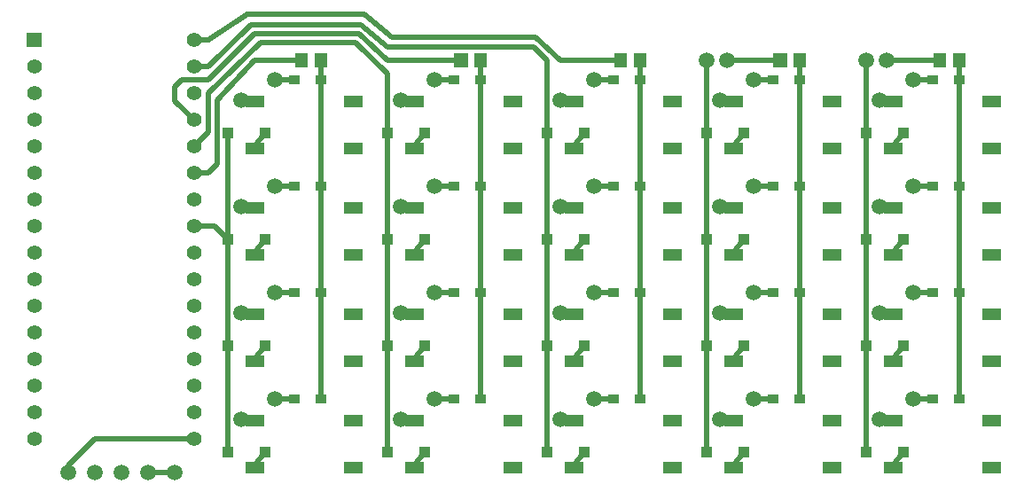
<source format=gtl>
%FSLAX34Y34*%
%MOMM*%
%LNCOPPER_TOP*%
G71*
G01*
%ADD10C, 0.01*%
%ADD11R, 1.00X1.02*%
%ADD12C, 0.50*%
%ADD13R, 1.05X0.90*%
%ADD14C, 1.50*%
%ADD15R, 1.30X1.40*%
%ADD16C, 1.40*%
%ADD17C, 1.50*%
%LPD*%
G36*
X249500Y902625D02*
X249500Y892625D01*
X232500Y892625D01*
X232500Y902625D01*
X249500Y902625D01*
G37*
G54D10*
X249500Y902625D02*
X249500Y892625D01*
X232500Y892625D01*
X232500Y902625D01*
X249500Y902625D01*
G36*
X249500Y857625D02*
X249500Y847625D01*
X232500Y847625D01*
X232500Y857625D01*
X249500Y857625D01*
G37*
G54D10*
X249500Y857625D02*
X249500Y847625D01*
X232500Y847625D01*
X232500Y857625D01*
X249500Y857625D01*
G36*
X343500Y902625D02*
X343500Y892625D01*
X326500Y892625D01*
X326500Y902625D01*
X343500Y902625D01*
G37*
G54D10*
X343500Y902625D02*
X343500Y892625D01*
X326500Y892625D01*
X326500Y902625D01*
X343500Y902625D01*
G36*
X343500Y857625D02*
X343500Y847625D01*
X326500Y847625D01*
X326500Y857625D01*
X343500Y857625D01*
G37*
G54D10*
X343500Y857625D02*
X343500Y847625D01*
X326500Y847625D01*
X326500Y857625D01*
X343500Y857625D01*
X215900Y866774D02*
G54D11*
D03*
X250800Y866774D02*
G54D11*
D03*
G54D12*
X250800Y866774D02*
X241300Y854075D01*
X304121Y917525D02*
G54D13*
D03*
X279421Y917525D02*
G54D13*
D03*
G36*
X249500Y801025D02*
X249500Y791025D01*
X232500Y791025D01*
X232500Y801025D01*
X249500Y801025D01*
G37*
G54D10*
X249500Y801025D02*
X249500Y791025D01*
X232500Y791025D01*
X232500Y801025D01*
X249500Y801025D01*
G36*
X249500Y756025D02*
X249500Y746025D01*
X232500Y746025D01*
X232500Y756025D01*
X249500Y756025D01*
G37*
G54D10*
X249500Y756025D02*
X249500Y746025D01*
X232500Y746025D01*
X232500Y756025D01*
X249500Y756025D01*
G36*
X343500Y801025D02*
X343500Y791025D01*
X326500Y791025D01*
X326500Y801025D01*
X343500Y801025D01*
G37*
G54D10*
X343500Y801025D02*
X343500Y791025D01*
X326500Y791025D01*
X326500Y801025D01*
X343500Y801025D01*
G36*
X343500Y756025D02*
X343500Y746025D01*
X326500Y746025D01*
X326500Y756025D01*
X343500Y756025D01*
G37*
G54D10*
X343500Y756025D02*
X343500Y746025D01*
X326500Y746025D01*
X326500Y756025D01*
X343500Y756025D01*
X215900Y765174D02*
G54D11*
D03*
X250800Y765174D02*
G54D11*
D03*
G54D12*
X250800Y765174D02*
X241300Y752475D01*
X304121Y815925D02*
G54D13*
D03*
X279421Y815925D02*
G54D13*
D03*
X228600Y898525D02*
G54D14*
D03*
X228600Y796925D02*
G54D14*
D03*
X260350Y917575D02*
G54D14*
D03*
X260350Y815975D02*
G54D14*
D03*
G54D12*
X304800Y936625D02*
X304800Y708025D01*
G36*
X249500Y699425D02*
X249500Y689425D01*
X232500Y689425D01*
X232500Y699425D01*
X249500Y699425D01*
G37*
G54D10*
X249500Y699425D02*
X249500Y689425D01*
X232500Y689425D01*
X232500Y699425D01*
X249500Y699425D01*
G36*
X249500Y654425D02*
X249500Y644425D01*
X232500Y644425D01*
X232500Y654425D01*
X249500Y654425D01*
G37*
G54D10*
X249500Y654425D02*
X249500Y644425D01*
X232500Y644425D01*
X232500Y654425D01*
X249500Y654425D01*
G36*
X343500Y699425D02*
X343500Y689425D01*
X326500Y689425D01*
X326500Y699425D01*
X343500Y699425D01*
G37*
G54D10*
X343500Y699425D02*
X343500Y689425D01*
X326500Y689425D01*
X326500Y699425D01*
X343500Y699425D01*
G36*
X343500Y654425D02*
X343500Y644425D01*
X326500Y644425D01*
X326500Y654425D01*
X343500Y654425D01*
G37*
G54D10*
X343500Y654425D02*
X343500Y644425D01*
X326500Y644425D01*
X326500Y654425D01*
X343500Y654425D01*
X215900Y663574D02*
G54D11*
D03*
X250800Y663574D02*
G54D11*
D03*
G54D12*
X250800Y663574D02*
X241300Y650875D01*
X304121Y714325D02*
G54D13*
D03*
X279421Y714325D02*
G54D13*
D03*
G36*
X249500Y597825D02*
X249500Y587825D01*
X232500Y587825D01*
X232500Y597825D01*
X249500Y597825D01*
G37*
G54D10*
X249500Y597825D02*
X249500Y587825D01*
X232500Y587825D01*
X232500Y597825D01*
X249500Y597825D01*
G36*
X249500Y552825D02*
X249500Y542825D01*
X232500Y542825D01*
X232500Y552825D01*
X249500Y552825D01*
G37*
G54D10*
X249500Y552825D02*
X249500Y542825D01*
X232500Y542825D01*
X232500Y552825D01*
X249500Y552825D01*
G36*
X343500Y597825D02*
X343500Y587825D01*
X326500Y587825D01*
X326500Y597825D01*
X343500Y597825D01*
G37*
G54D10*
X343500Y597825D02*
X343500Y587825D01*
X326500Y587825D01*
X326500Y597825D01*
X343500Y597825D01*
G36*
X343500Y552825D02*
X343500Y542825D01*
X326500Y542825D01*
X326500Y552825D01*
X343500Y552825D01*
G37*
G54D10*
X343500Y552825D02*
X343500Y542825D01*
X326500Y542825D01*
X326500Y552825D01*
X343500Y552825D01*
X215900Y561974D02*
G54D11*
D03*
X250800Y561974D02*
G54D11*
D03*
G54D12*
X250800Y561974D02*
X241300Y549275D01*
X304121Y612725D02*
G54D13*
D03*
X279421Y612725D02*
G54D13*
D03*
G54D12*
X215900Y765174D02*
X215900Y561974D01*
X228600Y695325D02*
G54D14*
D03*
X228600Y593725D02*
G54D14*
D03*
X260350Y714375D02*
G54D14*
D03*
X260350Y612775D02*
G54D14*
D03*
G54D12*
X304800Y720725D02*
X304121Y612725D01*
G36*
X401900Y902625D02*
X401900Y892625D01*
X384900Y892625D01*
X384900Y902625D01*
X401900Y902625D01*
G37*
G54D10*
X401900Y902625D02*
X401900Y892625D01*
X384900Y892625D01*
X384900Y902625D01*
X401900Y902625D01*
G36*
X401900Y857625D02*
X401900Y847625D01*
X384900Y847625D01*
X384900Y857625D01*
X401900Y857625D01*
G37*
G54D10*
X401900Y857625D02*
X401900Y847625D01*
X384900Y847625D01*
X384900Y857625D01*
X401900Y857625D01*
G36*
X495900Y902625D02*
X495900Y892625D01*
X478900Y892625D01*
X478900Y902625D01*
X495900Y902625D01*
G37*
G54D10*
X495900Y902625D02*
X495900Y892625D01*
X478900Y892625D01*
X478900Y902625D01*
X495900Y902625D01*
G36*
X495900Y857625D02*
X495900Y847625D01*
X478900Y847625D01*
X478900Y857625D01*
X495900Y857625D01*
G37*
G54D10*
X495900Y857625D02*
X495900Y847625D01*
X478900Y847625D01*
X478900Y857625D01*
X495900Y857625D01*
X368300Y866774D02*
G54D11*
D03*
X403200Y866774D02*
G54D11*
D03*
G54D12*
X403200Y866774D02*
X393700Y854075D01*
X456521Y917525D02*
G54D13*
D03*
X431821Y917525D02*
G54D13*
D03*
G36*
X401900Y801025D02*
X401900Y791025D01*
X384900Y791025D01*
X384900Y801025D01*
X401900Y801025D01*
G37*
G54D10*
X401900Y801025D02*
X401900Y791025D01*
X384900Y791025D01*
X384900Y801025D01*
X401900Y801025D01*
G36*
X401900Y756025D02*
X401900Y746025D01*
X384900Y746025D01*
X384900Y756025D01*
X401900Y756025D01*
G37*
G54D10*
X401900Y756025D02*
X401900Y746025D01*
X384900Y746025D01*
X384900Y756025D01*
X401900Y756025D01*
G36*
X495900Y801025D02*
X495900Y791025D01*
X478900Y791025D01*
X478900Y801025D01*
X495900Y801025D01*
G37*
G54D10*
X495900Y801025D02*
X495900Y791025D01*
X478900Y791025D01*
X478900Y801025D01*
X495900Y801025D01*
G36*
X495900Y756025D02*
X495900Y746025D01*
X478900Y746025D01*
X478900Y756025D01*
X495900Y756025D01*
G37*
G54D10*
X495900Y756025D02*
X495900Y746025D01*
X478900Y746025D01*
X478900Y756025D01*
X495900Y756025D01*
X368300Y765174D02*
G54D11*
D03*
X403200Y765174D02*
G54D11*
D03*
G54D12*
X403200Y765174D02*
X393700Y752475D01*
X456521Y815925D02*
G54D13*
D03*
X431821Y815925D02*
G54D13*
D03*
G36*
X554300Y902625D02*
X554300Y892625D01*
X537300Y892625D01*
X537300Y902625D01*
X554300Y902625D01*
G37*
G54D10*
X554300Y902625D02*
X554300Y892625D01*
X537300Y892625D01*
X537300Y902625D01*
X554300Y902625D01*
G36*
X554300Y857625D02*
X554300Y847625D01*
X537300Y847625D01*
X537300Y857625D01*
X554300Y857625D01*
G37*
G54D10*
X554300Y857625D02*
X554300Y847625D01*
X537300Y847625D01*
X537300Y857625D01*
X554300Y857625D01*
G36*
X648300Y902625D02*
X648300Y892625D01*
X631300Y892625D01*
X631300Y902625D01*
X648300Y902625D01*
G37*
G54D10*
X648300Y902625D02*
X648300Y892625D01*
X631300Y892625D01*
X631300Y902625D01*
X648300Y902625D01*
G36*
X648300Y857625D02*
X648300Y847625D01*
X631300Y847625D01*
X631300Y857625D01*
X648300Y857625D01*
G37*
G54D10*
X648300Y857625D02*
X648300Y847625D01*
X631300Y847625D01*
X631300Y857625D01*
X648300Y857625D01*
X520700Y866774D02*
G54D11*
D03*
X555600Y866774D02*
G54D11*
D03*
G54D12*
X555600Y866774D02*
X546100Y854075D01*
X608921Y917525D02*
G54D13*
D03*
X584221Y917525D02*
G54D13*
D03*
G36*
X554300Y801025D02*
X554300Y791025D01*
X537300Y791025D01*
X537300Y801025D01*
X554300Y801025D01*
G37*
G54D10*
X554300Y801025D02*
X554300Y791025D01*
X537300Y791025D01*
X537300Y801025D01*
X554300Y801025D01*
G36*
X554300Y756025D02*
X554300Y746025D01*
X537300Y746025D01*
X537300Y756025D01*
X554300Y756025D01*
G37*
G54D10*
X554300Y756025D02*
X554300Y746025D01*
X537300Y746025D01*
X537300Y756025D01*
X554300Y756025D01*
G36*
X648300Y801025D02*
X648300Y791025D01*
X631300Y791025D01*
X631300Y801025D01*
X648300Y801025D01*
G37*
G54D10*
X648300Y801025D02*
X648300Y791025D01*
X631300Y791025D01*
X631300Y801025D01*
X648300Y801025D01*
G36*
X648300Y756025D02*
X648300Y746025D01*
X631300Y746025D01*
X631300Y756025D01*
X648300Y756025D01*
G37*
G54D10*
X648300Y756025D02*
X648300Y746025D01*
X631300Y746025D01*
X631300Y756025D01*
X648300Y756025D01*
X520700Y765174D02*
G54D11*
D03*
X555600Y765174D02*
G54D11*
D03*
G54D12*
X555600Y765174D02*
X546100Y752475D01*
X608921Y815925D02*
G54D13*
D03*
X584221Y815925D02*
G54D13*
D03*
G54D12*
X368300Y923925D02*
X368300Y765174D01*
G54D12*
X520700Y936625D02*
X520700Y765174D01*
X381000Y898525D02*
G54D14*
D03*
X381000Y796925D02*
G54D14*
D03*
X533400Y898525D02*
G54D14*
D03*
X533400Y796925D02*
G54D14*
D03*
X412750Y917575D02*
G54D14*
D03*
X412750Y815975D02*
G54D14*
D03*
X565150Y917575D02*
G54D14*
D03*
X565150Y815975D02*
G54D14*
D03*
G54D12*
X457200Y936625D02*
X457200Y708025D01*
G54D12*
X609600Y936625D02*
X609600Y708025D01*
G36*
X401900Y699425D02*
X401900Y689425D01*
X384900Y689425D01*
X384900Y699425D01*
X401900Y699425D01*
G37*
G54D10*
X401900Y699425D02*
X401900Y689425D01*
X384900Y689425D01*
X384900Y699425D01*
X401900Y699425D01*
G36*
X401900Y654425D02*
X401900Y644425D01*
X384900Y644425D01*
X384900Y654425D01*
X401900Y654425D01*
G37*
G54D10*
X401900Y654425D02*
X401900Y644425D01*
X384900Y644425D01*
X384900Y654425D01*
X401900Y654425D01*
G36*
X495900Y699425D02*
X495900Y689425D01*
X478900Y689425D01*
X478900Y699425D01*
X495900Y699425D01*
G37*
G54D10*
X495900Y699425D02*
X495900Y689425D01*
X478900Y689425D01*
X478900Y699425D01*
X495900Y699425D01*
G36*
X495900Y654425D02*
X495900Y644425D01*
X478900Y644425D01*
X478900Y654425D01*
X495900Y654425D01*
G37*
G54D10*
X495900Y654425D02*
X495900Y644425D01*
X478900Y644425D01*
X478900Y654425D01*
X495900Y654425D01*
X368300Y663574D02*
G54D11*
D03*
X403200Y663574D02*
G54D11*
D03*
G54D12*
X403200Y663574D02*
X393700Y650875D01*
X456521Y714325D02*
G54D13*
D03*
X431821Y714325D02*
G54D13*
D03*
G36*
X401900Y597825D02*
X401900Y587825D01*
X384900Y587825D01*
X384900Y597825D01*
X401900Y597825D01*
G37*
G54D10*
X401900Y597825D02*
X401900Y587825D01*
X384900Y587825D01*
X384900Y597825D01*
X401900Y597825D01*
G36*
X401900Y552825D02*
X401900Y542825D01*
X384900Y542825D01*
X384900Y552825D01*
X401900Y552825D01*
G37*
G54D10*
X401900Y552825D02*
X401900Y542825D01*
X384900Y542825D01*
X384900Y552825D01*
X401900Y552825D01*
G36*
X495900Y597825D02*
X495900Y587825D01*
X478900Y587825D01*
X478900Y597825D01*
X495900Y597825D01*
G37*
G54D10*
X495900Y597825D02*
X495900Y587825D01*
X478900Y587825D01*
X478900Y597825D01*
X495900Y597825D01*
G36*
X495900Y552825D02*
X495900Y542825D01*
X478900Y542825D01*
X478900Y552825D01*
X495900Y552825D01*
G37*
G54D10*
X495900Y552825D02*
X495900Y542825D01*
X478900Y542825D01*
X478900Y552825D01*
X495900Y552825D01*
X368300Y561974D02*
G54D11*
D03*
X403200Y561974D02*
G54D11*
D03*
G54D12*
X403200Y561974D02*
X393700Y549275D01*
X456521Y612725D02*
G54D13*
D03*
X431821Y612725D02*
G54D13*
D03*
G36*
X554300Y699425D02*
X554300Y689425D01*
X537300Y689425D01*
X537300Y699425D01*
X554300Y699425D01*
G37*
G54D10*
X554300Y699425D02*
X554300Y689425D01*
X537300Y689425D01*
X537300Y699425D01*
X554300Y699425D01*
G36*
X554300Y654425D02*
X554300Y644425D01*
X537300Y644425D01*
X537300Y654425D01*
X554300Y654425D01*
G37*
G54D10*
X554300Y654425D02*
X554300Y644425D01*
X537300Y644425D01*
X537300Y654425D01*
X554300Y654425D01*
G36*
X648300Y699425D02*
X648300Y689425D01*
X631300Y689425D01*
X631300Y699425D01*
X648300Y699425D01*
G37*
G54D10*
X648300Y699425D02*
X648300Y689425D01*
X631300Y689425D01*
X631300Y699425D01*
X648300Y699425D01*
G36*
X648300Y654425D02*
X648300Y644425D01*
X631300Y644425D01*
X631300Y654425D01*
X648300Y654425D01*
G37*
G54D10*
X648300Y654425D02*
X648300Y644425D01*
X631300Y644425D01*
X631300Y654425D01*
X648300Y654425D01*
X520700Y663574D02*
G54D11*
D03*
X555600Y663574D02*
G54D11*
D03*
G54D12*
X555600Y663574D02*
X546100Y650875D01*
X608921Y714325D02*
G54D13*
D03*
X584221Y714325D02*
G54D13*
D03*
G36*
X554300Y597825D02*
X554300Y587825D01*
X537300Y587825D01*
X537300Y597825D01*
X554300Y597825D01*
G37*
G54D10*
X554300Y597825D02*
X554300Y587825D01*
X537300Y587825D01*
X537300Y597825D01*
X554300Y597825D01*
G36*
X554300Y552825D02*
X554300Y542825D01*
X537300Y542825D01*
X537300Y552825D01*
X554300Y552825D01*
G37*
G54D10*
X554300Y552825D02*
X554300Y542825D01*
X537300Y542825D01*
X537300Y552825D01*
X554300Y552825D01*
G36*
X648300Y597825D02*
X648300Y587825D01*
X631300Y587825D01*
X631300Y597825D01*
X648300Y597825D01*
G37*
G54D10*
X648300Y597825D02*
X648300Y587825D01*
X631300Y587825D01*
X631300Y597825D01*
X648300Y597825D01*
G36*
X648300Y552825D02*
X648300Y542825D01*
X631300Y542825D01*
X631300Y552825D01*
X648300Y552825D01*
G37*
G54D10*
X648300Y552825D02*
X648300Y542825D01*
X631300Y542825D01*
X631300Y552825D01*
X648300Y552825D01*
X520700Y561974D02*
G54D11*
D03*
X555600Y561974D02*
G54D11*
D03*
G54D12*
X555600Y561974D02*
X546100Y549275D01*
X608921Y612725D02*
G54D13*
D03*
X584221Y612725D02*
G54D13*
D03*
G54D12*
X368300Y765174D02*
X368300Y561974D01*
G54D12*
X520700Y765174D02*
X520700Y561974D01*
X381000Y695325D02*
G54D14*
D03*
X381000Y593725D02*
G54D14*
D03*
X533400Y695325D02*
G54D14*
D03*
X533400Y593725D02*
G54D14*
D03*
X412750Y714375D02*
G54D14*
D03*
X412750Y612775D02*
G54D14*
D03*
X565150Y714375D02*
G54D14*
D03*
X565150Y612775D02*
G54D14*
D03*
G54D12*
X457200Y720725D02*
X456521Y612725D01*
G54D12*
X609600Y720725D02*
X608921Y612725D01*
G54D12*
X260350Y917575D02*
X279371Y917575D01*
X279421Y917525D01*
G54D12*
X412750Y917575D02*
X431771Y917575D01*
X431821Y917525D01*
G54D12*
X565150Y917575D02*
X584171Y917575D01*
X584221Y917525D01*
G54D12*
X260350Y815975D02*
X279371Y815975D01*
X279421Y815925D01*
G54D12*
X412750Y815975D02*
X431771Y815975D01*
X431821Y815925D01*
G54D12*
X565150Y815975D02*
X584171Y815975D01*
X584221Y815925D01*
G54D12*
X260350Y714375D02*
X279371Y714375D01*
X279421Y714325D01*
G54D12*
X412750Y714375D02*
X431771Y714375D01*
X431821Y714325D01*
G54D12*
X565150Y714375D02*
X584171Y714375D01*
X584221Y714325D01*
G54D12*
X260350Y612775D02*
X279371Y612775D01*
X279421Y612725D01*
G54D12*
X412750Y612775D02*
X431771Y612775D01*
X431821Y612725D01*
G54D12*
X565150Y612775D02*
X584171Y612775D01*
X584221Y612725D01*
X285800Y936625D02*
G54D15*
D03*
X304800Y936625D02*
G54D15*
D03*
G36*
X431700Y943625D02*
X444700Y943625D01*
X444700Y929625D01*
X431700Y929625D01*
X431700Y943625D01*
G37*
X457200Y936625D02*
G54D15*
D03*
X590600Y936625D02*
G54D15*
D03*
X609600Y936625D02*
G54D15*
D03*
G54D12*
X520700Y936625D02*
X508000Y949325D01*
X368300Y949325D01*
X342900Y970772D01*
X240312Y970772D01*
G54D12*
X590600Y936625D02*
X533400Y936625D01*
X509064Y958529D01*
X372278Y958280D01*
X346240Y980406D01*
G36*
X706700Y902625D02*
X706700Y892625D01*
X689700Y892625D01*
X689700Y902625D01*
X706700Y902625D01*
G37*
G54D10*
X706700Y902625D02*
X706700Y892625D01*
X689700Y892625D01*
X689700Y902625D01*
X706700Y902625D01*
G36*
X706700Y857625D02*
X706700Y847625D01*
X689700Y847625D01*
X689700Y857625D01*
X706700Y857625D01*
G37*
G54D10*
X706700Y857625D02*
X706700Y847625D01*
X689700Y847625D01*
X689700Y857625D01*
X706700Y857625D01*
G36*
X800700Y902625D02*
X800700Y892625D01*
X783700Y892625D01*
X783700Y902625D01*
X800700Y902625D01*
G37*
G54D10*
X800700Y902625D02*
X800700Y892625D01*
X783700Y892625D01*
X783700Y902625D01*
X800700Y902625D01*
G36*
X800700Y857625D02*
X800700Y847625D01*
X783700Y847625D01*
X783700Y857625D01*
X800700Y857625D01*
G37*
G54D10*
X800700Y857625D02*
X800700Y847625D01*
X783700Y847625D01*
X783700Y857625D01*
X800700Y857625D01*
X673100Y866774D02*
G54D11*
D03*
X708000Y866774D02*
G54D11*
D03*
G54D12*
X708000Y866774D02*
X698500Y854075D01*
X761321Y917525D02*
G54D13*
D03*
X736621Y917525D02*
G54D13*
D03*
G36*
X706700Y801025D02*
X706700Y791025D01*
X689700Y791025D01*
X689700Y801025D01*
X706700Y801025D01*
G37*
G54D10*
X706700Y801025D02*
X706700Y791025D01*
X689700Y791025D01*
X689700Y801025D01*
X706700Y801025D01*
G36*
X706700Y756025D02*
X706700Y746025D01*
X689700Y746025D01*
X689700Y756025D01*
X706700Y756025D01*
G37*
G54D10*
X706700Y756025D02*
X706700Y746025D01*
X689700Y746025D01*
X689700Y756025D01*
X706700Y756025D01*
G36*
X800700Y801025D02*
X800700Y791025D01*
X783700Y791025D01*
X783700Y801025D01*
X800700Y801025D01*
G37*
G54D10*
X800700Y801025D02*
X800700Y791025D01*
X783700Y791025D01*
X783700Y801025D01*
X800700Y801025D01*
G36*
X800700Y756025D02*
X800700Y746025D01*
X783700Y746025D01*
X783700Y756025D01*
X800700Y756025D01*
G37*
G54D10*
X800700Y756025D02*
X800700Y746025D01*
X783700Y746025D01*
X783700Y756025D01*
X800700Y756025D01*
X673100Y765174D02*
G54D11*
D03*
X708000Y765174D02*
G54D11*
D03*
G54D12*
X708000Y765174D02*
X698500Y752475D01*
X761321Y815925D02*
G54D13*
D03*
X736621Y815925D02*
G54D13*
D03*
G36*
X859100Y902625D02*
X859100Y892625D01*
X842100Y892625D01*
X842100Y902625D01*
X859100Y902625D01*
G37*
G54D10*
X859100Y902625D02*
X859100Y892625D01*
X842100Y892625D01*
X842100Y902625D01*
X859100Y902625D01*
G36*
X859100Y857625D02*
X859100Y847625D01*
X842100Y847625D01*
X842100Y857625D01*
X859100Y857625D01*
G37*
G54D10*
X859100Y857625D02*
X859100Y847625D01*
X842100Y847625D01*
X842100Y857625D01*
X859100Y857625D01*
G36*
X953100Y902625D02*
X953100Y892625D01*
X936100Y892625D01*
X936100Y902625D01*
X953100Y902625D01*
G37*
G54D10*
X953100Y902625D02*
X953100Y892625D01*
X936100Y892625D01*
X936100Y902625D01*
X953100Y902625D01*
G36*
X953100Y857625D02*
X953100Y847625D01*
X936100Y847625D01*
X936100Y857625D01*
X953100Y857625D01*
G37*
G54D10*
X953100Y857625D02*
X953100Y847625D01*
X936100Y847625D01*
X936100Y857625D01*
X953100Y857625D01*
X825500Y866774D02*
G54D11*
D03*
X860400Y866774D02*
G54D11*
D03*
G54D12*
X860400Y866774D02*
X850900Y854075D01*
X913721Y917525D02*
G54D13*
D03*
X889021Y917525D02*
G54D13*
D03*
G36*
X859100Y801025D02*
X859100Y791025D01*
X842100Y791025D01*
X842100Y801025D01*
X859100Y801025D01*
G37*
G54D10*
X859100Y801025D02*
X859100Y791025D01*
X842100Y791025D01*
X842100Y801025D01*
X859100Y801025D01*
G36*
X859100Y756025D02*
X859100Y746025D01*
X842100Y746025D01*
X842100Y756025D01*
X859100Y756025D01*
G37*
G54D10*
X859100Y756025D02*
X859100Y746025D01*
X842100Y746025D01*
X842100Y756025D01*
X859100Y756025D01*
G36*
X953100Y801025D02*
X953100Y791025D01*
X936100Y791025D01*
X936100Y801025D01*
X953100Y801025D01*
G37*
G54D10*
X953100Y801025D02*
X953100Y791025D01*
X936100Y791025D01*
X936100Y801025D01*
X953100Y801025D01*
G36*
X953100Y756025D02*
X953100Y746025D01*
X936100Y746025D01*
X936100Y756025D01*
X953100Y756025D01*
G37*
G54D10*
X953100Y756025D02*
X953100Y746025D01*
X936100Y746025D01*
X936100Y756025D01*
X953100Y756025D01*
X825500Y765174D02*
G54D11*
D03*
X860400Y765174D02*
G54D11*
D03*
G54D12*
X860400Y765174D02*
X850900Y752475D01*
X913721Y815925D02*
G54D13*
D03*
X889021Y815925D02*
G54D13*
D03*
G54D12*
X673100Y936625D02*
X673100Y765174D01*
G54D12*
X825500Y936625D02*
X825500Y765174D01*
X685800Y898525D02*
G54D14*
D03*
X685800Y796925D02*
G54D14*
D03*
X838200Y898525D02*
G54D14*
D03*
X838200Y796925D02*
G54D14*
D03*
X717550Y917575D02*
G54D14*
D03*
X717550Y815975D02*
G54D14*
D03*
X869950Y917575D02*
G54D14*
D03*
X869950Y815975D02*
G54D14*
D03*
G54D12*
X762000Y936625D02*
X762000Y708025D01*
G54D12*
X914400Y936625D02*
X914400Y708025D01*
G36*
X706700Y699425D02*
X706700Y689425D01*
X689700Y689425D01*
X689700Y699425D01*
X706700Y699425D01*
G37*
G54D10*
X706700Y699425D02*
X706700Y689425D01*
X689700Y689425D01*
X689700Y699425D01*
X706700Y699425D01*
G36*
X706700Y654425D02*
X706700Y644425D01*
X689700Y644425D01*
X689700Y654425D01*
X706700Y654425D01*
G37*
G54D10*
X706700Y654425D02*
X706700Y644425D01*
X689700Y644425D01*
X689700Y654425D01*
X706700Y654425D01*
G36*
X800700Y699425D02*
X800700Y689425D01*
X783700Y689425D01*
X783700Y699425D01*
X800700Y699425D01*
G37*
G54D10*
X800700Y699425D02*
X800700Y689425D01*
X783700Y689425D01*
X783700Y699425D01*
X800700Y699425D01*
G36*
X800700Y654425D02*
X800700Y644425D01*
X783700Y644425D01*
X783700Y654425D01*
X800700Y654425D01*
G37*
G54D10*
X800700Y654425D02*
X800700Y644425D01*
X783700Y644425D01*
X783700Y654425D01*
X800700Y654425D01*
X673100Y663574D02*
G54D11*
D03*
X708000Y663574D02*
G54D11*
D03*
G54D12*
X708000Y663574D02*
X698500Y650875D01*
X761321Y714325D02*
G54D13*
D03*
X736621Y714325D02*
G54D13*
D03*
G36*
X706700Y597825D02*
X706700Y587825D01*
X689700Y587825D01*
X689700Y597825D01*
X706700Y597825D01*
G37*
G54D10*
X706700Y597825D02*
X706700Y587825D01*
X689700Y587825D01*
X689700Y597825D01*
X706700Y597825D01*
G36*
X706700Y552825D02*
X706700Y542825D01*
X689700Y542825D01*
X689700Y552825D01*
X706700Y552825D01*
G37*
G54D10*
X706700Y552825D02*
X706700Y542825D01*
X689700Y542825D01*
X689700Y552825D01*
X706700Y552825D01*
G36*
X800700Y597825D02*
X800700Y587825D01*
X783700Y587825D01*
X783700Y597825D01*
X800700Y597825D01*
G37*
G54D10*
X800700Y597825D02*
X800700Y587825D01*
X783700Y587825D01*
X783700Y597825D01*
X800700Y597825D01*
G36*
X800700Y552825D02*
X800700Y542825D01*
X783700Y542825D01*
X783700Y552825D01*
X800700Y552825D01*
G37*
G54D10*
X800700Y552825D02*
X800700Y542825D01*
X783700Y542825D01*
X783700Y552825D01*
X800700Y552825D01*
X673100Y561974D02*
G54D11*
D03*
X708000Y561974D02*
G54D11*
D03*
G54D12*
X708000Y561974D02*
X698500Y549275D01*
X761321Y612725D02*
G54D13*
D03*
X736621Y612725D02*
G54D13*
D03*
G36*
X859100Y699425D02*
X859100Y689425D01*
X842100Y689425D01*
X842100Y699425D01*
X859100Y699425D01*
G37*
G54D10*
X859100Y699425D02*
X859100Y689425D01*
X842100Y689425D01*
X842100Y699425D01*
X859100Y699425D01*
G36*
X859100Y654425D02*
X859100Y644425D01*
X842100Y644425D01*
X842100Y654425D01*
X859100Y654425D01*
G37*
G54D10*
X859100Y654425D02*
X859100Y644425D01*
X842100Y644425D01*
X842100Y654425D01*
X859100Y654425D01*
G36*
X953100Y699425D02*
X953100Y689425D01*
X936100Y689425D01*
X936100Y699425D01*
X953100Y699425D01*
G37*
G54D10*
X953100Y699425D02*
X953100Y689425D01*
X936100Y689425D01*
X936100Y699425D01*
X953100Y699425D01*
G36*
X953100Y654425D02*
X953100Y644425D01*
X936100Y644425D01*
X936100Y654425D01*
X953100Y654425D01*
G37*
G54D10*
X953100Y654425D02*
X953100Y644425D01*
X936100Y644425D01*
X936100Y654425D01*
X953100Y654425D01*
X825500Y663574D02*
G54D11*
D03*
X860400Y663574D02*
G54D11*
D03*
G54D12*
X860400Y663574D02*
X850900Y650875D01*
X913721Y714325D02*
G54D13*
D03*
X889021Y714325D02*
G54D13*
D03*
G36*
X859100Y597825D02*
X859100Y587825D01*
X842100Y587825D01*
X842100Y597825D01*
X859100Y597825D01*
G37*
G54D10*
X859100Y597825D02*
X859100Y587825D01*
X842100Y587825D01*
X842100Y597825D01*
X859100Y597825D01*
G36*
X859100Y552825D02*
X859100Y542825D01*
X842100Y542825D01*
X842100Y552825D01*
X859100Y552825D01*
G37*
G54D10*
X859100Y552825D02*
X859100Y542825D01*
X842100Y542825D01*
X842100Y552825D01*
X859100Y552825D01*
G36*
X953100Y597825D02*
X953100Y587825D01*
X936100Y587825D01*
X936100Y597825D01*
X953100Y597825D01*
G37*
G54D10*
X953100Y597825D02*
X953100Y587825D01*
X936100Y587825D01*
X936100Y597825D01*
X953100Y597825D01*
G36*
X953100Y552825D02*
X953100Y542825D01*
X936100Y542825D01*
X936100Y552825D01*
X953100Y552825D01*
G37*
G54D10*
X953100Y552825D02*
X953100Y542825D01*
X936100Y542825D01*
X936100Y552825D01*
X953100Y552825D01*
X825500Y561974D02*
G54D11*
D03*
X860400Y561974D02*
G54D11*
D03*
G54D12*
X860400Y561974D02*
X850900Y549275D01*
X913721Y612725D02*
G54D13*
D03*
X889021Y612725D02*
G54D13*
D03*
G54D12*
X673100Y765174D02*
X673100Y561974D01*
G54D12*
X825500Y765174D02*
X825500Y561974D01*
X685800Y695325D02*
G54D14*
D03*
X685800Y593725D02*
G54D14*
D03*
X838200Y695325D02*
G54D14*
D03*
X838200Y593725D02*
G54D14*
D03*
X717550Y714375D02*
G54D14*
D03*
X717550Y612775D02*
G54D14*
D03*
X869950Y714375D02*
G54D14*
D03*
X869950Y612775D02*
G54D14*
D03*
G54D12*
X762000Y720725D02*
X761321Y612725D01*
G54D12*
X914400Y720725D02*
X913721Y612725D01*
G54D12*
X717550Y917575D02*
X736571Y917575D01*
X736621Y917525D01*
G54D12*
X869950Y917575D02*
X888971Y917575D01*
X889021Y917525D01*
G54D12*
X717550Y815975D02*
X736571Y815975D01*
X736621Y815925D01*
G54D12*
X869950Y815975D02*
X888971Y815975D01*
X889021Y815925D01*
G54D12*
X717550Y714375D02*
X736571Y714375D01*
X736621Y714325D01*
G54D12*
X869950Y714375D02*
X888971Y714375D01*
X889021Y714325D01*
G54D12*
X717550Y612775D02*
X736571Y612775D01*
X736621Y612725D01*
G54D12*
X869950Y612775D02*
X888971Y612775D01*
X889021Y612725D01*
G36*
X736500Y943625D02*
X749500Y943625D01*
X749500Y929625D01*
X736500Y929625D01*
X736500Y943625D01*
G37*
X762000Y936625D02*
G54D15*
D03*
X895400Y936625D02*
G54D15*
D03*
X914400Y936625D02*
G54D15*
D03*
X673100Y936625D02*
G54D14*
D03*
X692150Y936625D02*
G54D14*
D03*
X825500Y936625D02*
G54D14*
D03*
X844550Y936625D02*
G54D14*
D03*
G54D12*
X895400Y936625D02*
X844550Y936625D01*
G54D12*
X743000Y936625D02*
X692150Y936625D01*
G36*
X37808Y962942D02*
X37808Y948942D01*
X23808Y948942D01*
X23808Y962942D01*
X37808Y962942D01*
G37*
X30808Y930542D02*
G54D16*
D03*
X30808Y905142D02*
G54D16*
D03*
X30808Y879742D02*
G54D16*
D03*
X30808Y854342D02*
G54D16*
D03*
X30808Y828942D02*
G54D16*
D03*
X30808Y803542D02*
G54D16*
D03*
X30808Y778142D02*
G54D16*
D03*
X30808Y752742D02*
G54D16*
D03*
X30808Y727342D02*
G54D16*
D03*
X30808Y701942D02*
G54D16*
D03*
X30808Y676542D02*
G54D16*
D03*
X30808Y651142D02*
G54D16*
D03*
X30808Y625742D02*
G54D16*
D03*
X30808Y600342D02*
G54D16*
D03*
X30808Y574942D02*
G54D16*
D03*
X183208Y574942D02*
G54D16*
D03*
X183208Y600342D02*
G54D16*
D03*
X183208Y625742D02*
G54D16*
D03*
X183208Y651142D02*
G54D16*
D03*
X183208Y676542D02*
G54D16*
D03*
X183208Y701942D02*
G54D16*
D03*
X183208Y727342D02*
G54D16*
D03*
X183208Y752742D02*
G54D16*
D03*
X183208Y778142D02*
G54D16*
D03*
X183208Y803542D02*
G54D16*
D03*
X183208Y828942D02*
G54D16*
D03*
X183208Y854342D02*
G54D16*
D03*
X183208Y879742D02*
G54D16*
D03*
X183208Y905142D02*
G54D16*
D03*
X183208Y930542D02*
G54D16*
D03*
X183208Y955942D02*
G54D16*
D03*
G54D12*
X215900Y765176D02*
X203200Y777875D01*
X183475Y777875D01*
X183208Y778142D01*
G54D12*
X215900Y765174D02*
X215900Y866774D01*
G54D12*
X285800Y936625D02*
X241300Y936625D01*
X205513Y898782D01*
X205514Y837338D01*
X196850Y828675D01*
X183475Y828675D01*
X183208Y828942D01*
G54D12*
X368300Y923925D02*
X337835Y953104D01*
X246622Y953105D01*
X196850Y904875D01*
X196850Y867984D01*
X183208Y854342D01*
G54D12*
X438200Y936625D02*
X368300Y936625D01*
X340924Y962025D01*
X241300Y962025D01*
X196850Y917575D01*
X171450Y917575D01*
X165100Y911225D01*
X165100Y897850D01*
X183208Y879742D01*
G54D12*
X240312Y970772D02*
X237347Y970772D01*
X196850Y930275D01*
X183475Y930275D01*
X183208Y930542D01*
G54D12*
X346240Y980406D02*
X234281Y980406D01*
X196850Y955675D01*
X183208Y955942D01*
X63500Y542925D02*
G54D17*
D03*
X88900Y542925D02*
G54D17*
D03*
X114300Y542925D02*
G54D17*
D03*
X139700Y542925D02*
G54D17*
D03*
G54D12*
X63500Y542925D02*
X63500Y549275D01*
X88900Y574675D01*
X182942Y574675D01*
X183208Y574942D01*
X165100Y542925D02*
G54D17*
D03*
G54D12*
X139700Y542925D02*
X165100Y542925D01*
M02*

</source>
